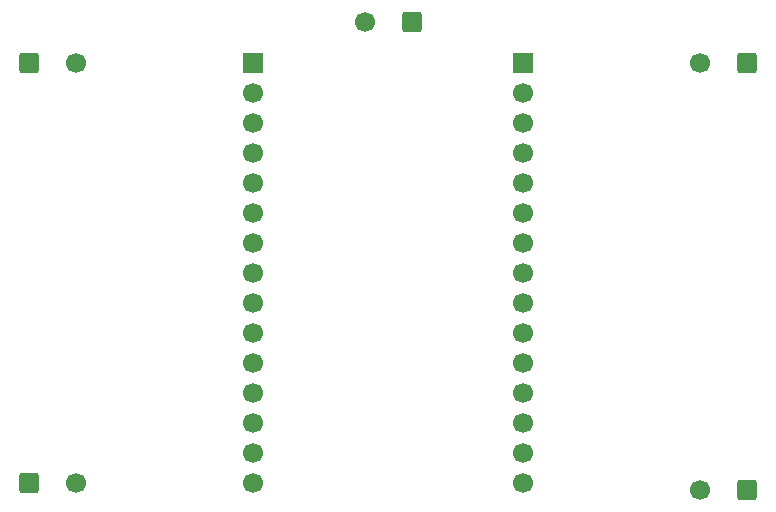
<source format=gbr>
%TF.GenerationSoftware,KiCad,Pcbnew,9.0.2*%
%TF.CreationDate,2025-06-07T15:03:38+08:00*%
%TF.ProjectId,fks-0,666b732d-302e-46b6-9963-61645f706362,rev?*%
%TF.SameCoordinates,Original*%
%TF.FileFunction,Soldermask,Top*%
%TF.FilePolarity,Negative*%
%FSLAX46Y46*%
G04 Gerber Fmt 4.6, Leading zero omitted, Abs format (unit mm)*
G04 Created by KiCad (PCBNEW 9.0.2) date 2025-06-07 15:03:38*
%MOMM*%
%LPD*%
G01*
G04 APERTURE LIST*
G04 Aperture macros list*
%AMRoundRect*
0 Rectangle with rounded corners*
0 $1 Rounding radius*
0 $2 $3 $4 $5 $6 $7 $8 $9 X,Y pos of 4 corners*
0 Add a 4 corners polygon primitive as box body*
4,1,4,$2,$3,$4,$5,$6,$7,$8,$9,$2,$3,0*
0 Add four circle primitives for the rounded corners*
1,1,$1+$1,$2,$3*
1,1,$1+$1,$4,$5*
1,1,$1+$1,$6,$7*
1,1,$1+$1,$8,$9*
0 Add four rect primitives between the rounded corners*
20,1,$1+$1,$2,$3,$4,$5,0*
20,1,$1+$1,$4,$5,$6,$7,0*
20,1,$1+$1,$6,$7,$8,$9,0*
20,1,$1+$1,$8,$9,$2,$3,0*%
G04 Aperture macros list end*
%ADD10C,1.700000*%
%ADD11RoundRect,0.250000X0.600000X0.600000X-0.600000X0.600000X-0.600000X-0.600000X0.600000X-0.600000X0*%
%ADD12R,1.700000X1.700000*%
%ADD13RoundRect,0.250000X-0.600000X-0.600000X0.600000X-0.600000X0.600000X0.600000X-0.600000X0.600000X0*%
G04 APERTURE END LIST*
D10*
%TO.C,M4*%
X62140000Y-143940000D03*
D11*
X58140000Y-143940000D03*
%TD*%
D12*
%TO.C,J1*%
X77140000Y-143940000D03*
D10*
X77140000Y-146480000D03*
X77140000Y-149020000D03*
X77140000Y-151560000D03*
X77140000Y-154100000D03*
X77140000Y-156640000D03*
X77140000Y-159180000D03*
X77140000Y-161720000D03*
X77140000Y-164260000D03*
X77140000Y-166800000D03*
X77140000Y-169340000D03*
X77140000Y-171880000D03*
X77140000Y-174420000D03*
X77140000Y-176960000D03*
X77140000Y-179500000D03*
%TD*%
D11*
%TO.C,M3*%
X118990000Y-180100000D03*
D10*
X114990000Y-180100000D03*
%TD*%
D13*
%TO.C,M1*%
X58140000Y-179500000D03*
D10*
X62140000Y-179500000D03*
%TD*%
D12*
%TO.C,J2*%
X100000000Y-143940000D03*
D10*
X100000000Y-146480000D03*
X100000000Y-149020000D03*
X100000000Y-151560000D03*
X100000000Y-154100000D03*
X100000000Y-156640000D03*
X100000000Y-159180000D03*
X100000000Y-161720000D03*
X100000000Y-164260000D03*
X100000000Y-166800000D03*
X100000000Y-169340000D03*
X100000000Y-171880000D03*
X100000000Y-174420000D03*
X100000000Y-176960000D03*
X100000000Y-179500000D03*
%TD*%
D11*
%TO.C,BT1*%
X90640000Y-140500000D03*
D10*
X86640000Y-140500000D03*
%TD*%
%TO.C,M2*%
X114990000Y-143950000D03*
D13*
X118990000Y-143950000D03*
%TD*%
M02*

</source>
